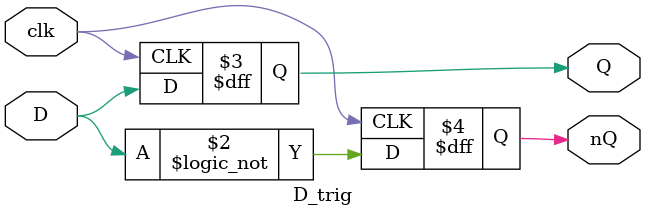
<source format=v>
module D_trig(clk,D,Q,nQ);
input clk,D;
output reg Q ,nQ;
always@(posedge clk)
begin
	Q<=D;
	nQ=!D;
end
endmodule
	
</source>
